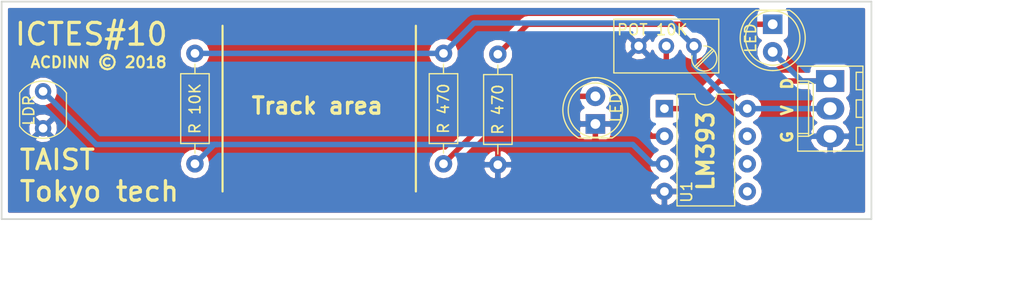
<source format=kicad_pcb>
(kicad_pcb (version 4) (host pcbnew 4.0.7)

  (general
    (links 15)
    (no_connects 0)
    (area 93.815 115.794999 191.83 141.890001)
    (thickness 1.2)
    (drawings 15)
    (tracks 31)
    (zones 0)
    (modules 9)
    (nets 9)
  )

  (page A4)
  (layers
    (0 F.Cu signal)
    (31 B.Cu signal)
    (32 B.Adhes user)
    (33 F.Adhes user)
    (34 B.Paste user)
    (35 F.Paste user)
    (36 B.SilkS user)
    (37 F.SilkS user)
    (38 B.Mask user)
    (39 F.Mask user)
    (40 Dwgs.User user)
    (41 Cmts.User user)
    (42 Eco1.User user)
    (43 Eco2.User user)
    (44 Edge.Cuts user)
    (45 Margin user)
    (46 B.CrtYd user)
    (47 F.CrtYd user)
    (48 B.Fab user)
    (49 F.Fab user)
  )

  (setup
    (last_trace_width 0.5)
    (trace_clearance 0.2)
    (zone_clearance 0.508)
    (zone_45_only no)
    (trace_min 0.2)
    (segment_width 0.2)
    (edge_width 0.15)
    (via_size 0.6)
    (via_drill 0.4)
    (via_min_size 0.4)
    (via_min_drill 0.3)
    (uvia_size 0.3)
    (uvia_drill 0.1)
    (uvias_allowed no)
    (uvia_min_size 0.2)
    (uvia_min_drill 0.1)
    (pcb_text_width 0.3)
    (pcb_text_size 1.5 1.5)
    (mod_edge_width 0.15)
    (mod_text_size 1 1)
    (mod_text_width 0.15)
    (pad_size 1.524 1.524)
    (pad_drill 0.762)
    (pad_to_mask_clearance 0.2)
    (aux_axis_origin 0 0)
    (grid_origin 93.9 135.97)
    (visible_elements 7FFFFFFF)
    (pcbplotparams
      (layerselection 0x010e0_80000001)
      (usegerberextensions false)
      (excludeedgelayer true)
      (linewidth 0.100000)
      (plotframeref false)
      (viasonmask false)
      (mode 1)
      (useauxorigin false)
      (hpglpennumber 1)
      (hpglpenspeed 20)
      (hpglpendiameter 15)
      (hpglpenoverlay 2)
      (psnegative false)
      (psa4output false)
      (plotreference true)
      (plotvalue true)
      (plotinvisibletext false)
      (padsonsilk false)
      (subtractmaskfromsilk false)
      (outputformat 1)
      (mirror false)
      (drillshape 0)
      (scaleselection 1)
      (outputdirectory export/))
  )

  (net 0 "")
  (net 1 /GND)
  (net 2 "Net-(D1-Pad2)")
  (net 3 /Data)
  (net 4 /Vcc)
  (net 5 "Net-(R2-Pad2)")
  (net 6 "Net-(RV1-Pad2)")
  (net 7 "Net-(R3-Pad2)")
  (net 8 "Net-(D2-Pad1)")

  (net_class Default "This is the default net class."
    (clearance 0.2)
    (trace_width 0.5)
    (via_dia 0.6)
    (via_drill 0.4)
    (uvia_dia 0.3)
    (uvia_drill 0.1)
    (add_net /Data)
    (add_net /GND)
    (add_net /Vcc)
    (add_net "Net-(D1-Pad2)")
    (add_net "Net-(D2-Pad1)")
    (add_net "Net-(R2-Pad2)")
    (add_net "Net-(R3-Pad2)")
    (add_net "Net-(RV1-Pad2)")
  )

  (module Potentiometers:Potentiometer_Trimmer_Bourns_3296W (layer F.Cu) (tedit 5ABB6901) (tstamp 5ABB1FE2)
    (at 157.654 119.968)
    (descr "Spindle Trimmer Potentiometer, Bourns 3296W, https://www.bourns.com/pdfs/3296.pdf")
    (tags "Spindle Trimmer Potentiometer   Bourns 3296W")
    (path /5ABB1C41)
    (fp_text reference "POT 10K" (at -3.83 -1.49) (layer F.SilkS)
      (effects (font (size 1 1) (thickness 0.15)))
    )
    (fp_text value POT (at -8.89 0 90) (layer F.Fab)
      (effects (font (size 1 1) (thickness 0.15)))
    )
    (fp_arc (start 0.955 1.15) (end 0.955 2.305) (angle -182) (layer F.SilkS) (width 0.12))
    (fp_arc (start 0.955 1.15) (end -0.174 0.91) (angle -103) (layer F.SilkS) (width 0.12))
    (fp_circle (center 0.955 1.15) (end 2.05 1.15) (layer F.Fab) (width 0.1))
    (fp_line (start -7.305 -2.41) (end -7.305 2.42) (layer F.Fab) (width 0.1))
    (fp_line (start -7.305 2.42) (end 2.225 2.42) (layer F.Fab) (width 0.1))
    (fp_line (start 2.225 2.42) (end 2.225 -2.41) (layer F.Fab) (width 0.1))
    (fp_line (start 2.225 -2.41) (end -7.305 -2.41) (layer F.Fab) (width 0.1))
    (fp_line (start 1.786 0.454) (end 0.259 1.981) (layer F.Fab) (width 0.1))
    (fp_line (start 1.652 0.32) (end 0.125 1.847) (layer F.Fab) (width 0.1))
    (fp_line (start -7.365 -2.47) (end 2.285 -2.47) (layer F.SilkS) (width 0.12))
    (fp_line (start -7.365 2.481) (end 2.285 2.481) (layer F.SilkS) (width 0.12))
    (fp_line (start -7.365 -2.47) (end -7.365 2.481) (layer F.SilkS) (width 0.12))
    (fp_line (start 2.285 -2.47) (end 2.285 2.481) (layer F.SilkS) (width 0.12))
    (fp_line (start 1.831 0.416) (end 0.22 2.026) (layer F.SilkS) (width 0.12))
    (fp_line (start 1.691 0.275) (end 0.079 1.885) (layer F.SilkS) (width 0.12))
    (fp_line (start -7.6 -2.7) (end -7.6 2.7) (layer F.CrtYd) (width 0.05))
    (fp_line (start -7.6 2.7) (end 2.5 2.7) (layer F.CrtYd) (width 0.05))
    (fp_line (start 2.5 2.7) (end 2.5 -2.7) (layer F.CrtYd) (width 0.05))
    (fp_line (start 2.5 -2.7) (end -7.6 -2.7) (layer F.CrtYd) (width 0.05))
    (pad 1 thru_hole circle (at 0 0) (size 1.44 1.44) (drill 0.8) (layers *.Cu *.Mask)
      (net 4 /Vcc))
    (pad 2 thru_hole circle (at -2.54 0) (size 1.44 1.44) (drill 0.8) (layers *.Cu *.Mask)
      (net 6 "Net-(RV1-Pad2)"))
    (pad 3 thru_hole circle (at -5.08 0) (size 1.44 1.44) (drill 0.8) (layers *.Cu *.Mask)
      (net 1 /GND))
    (model Potentiometers.3dshapes/Potentiometer_Trimmer_Bourns_3296W.wrl
      (at (xyz 0 0 0))
      (scale (xyz 1 1 1))
      (rotate (xyz 0 0 -90))
    )
  )

  (module Housings_DIP:DIP-8_W7.62mm (layer F.Cu) (tedit 59C78D6B) (tstamp 5ABB1FEE)
    (at 154.94 125.73)
    (descr "8-lead though-hole mounted DIP package, row spacing 7.62 mm (300 mils)")
    (tags "THT DIP DIL PDIP 2.54mm 7.62mm 300mil")
    (path /5ABB1783)
    (fp_text reference U1 (at 2.04 7.66 90) (layer F.SilkS)
      (effects (font (size 1 1) (thickness 0.15)))
    )
    (fp_text value LM393 (at 3.81 9.95) (layer F.Fab)
      (effects (font (size 1 1) (thickness 0.15)))
    )
    (fp_arc (start 3.81 -1.33) (end 2.81 -1.33) (angle -180) (layer F.SilkS) (width 0.12))
    (fp_line (start 1.635 -1.27) (end 6.985 -1.27) (layer F.Fab) (width 0.1))
    (fp_line (start 6.985 -1.27) (end 6.985 8.89) (layer F.Fab) (width 0.1))
    (fp_line (start 6.985 8.89) (end 0.635 8.89) (layer F.Fab) (width 0.1))
    (fp_line (start 0.635 8.89) (end 0.635 -0.27) (layer F.Fab) (width 0.1))
    (fp_line (start 0.635 -0.27) (end 1.635 -1.27) (layer F.Fab) (width 0.1))
    (fp_line (start 2.81 -1.33) (end 1.16 -1.33) (layer F.SilkS) (width 0.12))
    (fp_line (start 1.16 -1.33) (end 1.16 8.95) (layer F.SilkS) (width 0.12))
    (fp_line (start 1.16 8.95) (end 6.46 8.95) (layer F.SilkS) (width 0.12))
    (fp_line (start 6.46 8.95) (end 6.46 -1.33) (layer F.SilkS) (width 0.12))
    (fp_line (start 6.46 -1.33) (end 4.81 -1.33) (layer F.SilkS) (width 0.12))
    (fp_line (start -1.1 -1.55) (end -1.1 9.15) (layer F.CrtYd) (width 0.05))
    (fp_line (start -1.1 9.15) (end 8.7 9.15) (layer F.CrtYd) (width 0.05))
    (fp_line (start 8.7 9.15) (end 8.7 -1.55) (layer F.CrtYd) (width 0.05))
    (fp_line (start 8.7 -1.55) (end -1.1 -1.55) (layer F.CrtYd) (width 0.05))
    (fp_text user %R (at 3.81 3.81) (layer F.Fab)
      (effects (font (size 1 1) (thickness 0.15)))
    )
    (pad 1 thru_hole rect (at 0 0) (size 1.6 1.6) (drill 0.8) (layers *.Cu *.Mask)
      (net 3 /Data))
    (pad 5 thru_hole oval (at 7.62 7.62) (size 1.6 1.6) (drill 0.8) (layers *.Cu *.Mask))
    (pad 2 thru_hole oval (at 0 2.54) (size 1.6 1.6) (drill 0.8) (layers *.Cu *.Mask)
      (net 6 "Net-(RV1-Pad2)"))
    (pad 6 thru_hole oval (at 7.62 5.08) (size 1.6 1.6) (drill 0.8) (layers *.Cu *.Mask))
    (pad 3 thru_hole oval (at 0 5.08) (size 1.6 1.6) (drill 0.8) (layers *.Cu *.Mask)
      (net 7 "Net-(R3-Pad2)"))
    (pad 7 thru_hole oval (at 7.62 2.54) (size 1.6 1.6) (drill 0.8) (layers *.Cu *.Mask))
    (pad 4 thru_hole oval (at 0 7.62) (size 1.6 1.6) (drill 0.8) (layers *.Cu *.Mask)
      (net 1 /GND))
    (pad 8 thru_hole oval (at 7.62 0) (size 1.6 1.6) (drill 0.8) (layers *.Cu *.Mask)
      (net 4 /Vcc))
    (model ${KISYS3DMOD}/Housings_DIP.3dshapes/DIP-8_W7.62mm.wrl
      (at (xyz 0 0 0))
      (scale (xyz 1 1 1))
      (rotate (xyz 0 0 0))
    )
  )

  (module LEDs:LED_D5.0mm (layer F.Cu) (tedit 5ABB6968) (tstamp 5ABB1FA9)
    (at 148.59 127.14 90)
    (descr "LED, diameter 5.0mm, 2 pins, http://cdn-reichelt.de/documents/datenblatt/A500/LL-504BC2E-009.pdf")
    (tags "LED diameter 5.0mm 2 pins")
    (path /5ABB1A2C)
    (fp_text reference LED (at 1.5 1.89 270) (layer F.SilkS)
      (effects (font (size 1 1) (thickness 0.15)))
    )
    (fp_text value LED (at 1.27 3.96 90) (layer F.Fab)
      (effects (font (size 1 1) (thickness 0.15)))
    )
    (fp_arc (start 1.27 0) (end -1.23 -1.469694) (angle 299.1) (layer F.Fab) (width 0.1))
    (fp_arc (start 1.27 0) (end -1.29 -1.54483) (angle 148.9) (layer F.SilkS) (width 0.12))
    (fp_arc (start 1.27 0) (end -1.29 1.54483) (angle -148.9) (layer F.SilkS) (width 0.12))
    (fp_circle (center 1.27 0) (end 3.77 0) (layer F.Fab) (width 0.1))
    (fp_circle (center 1.27 0) (end 3.77 0) (layer F.SilkS) (width 0.12))
    (fp_line (start -1.23 -1.469694) (end -1.23 1.469694) (layer F.Fab) (width 0.1))
    (fp_line (start -1.29 -1.545) (end -1.29 1.545) (layer F.SilkS) (width 0.12))
    (fp_line (start -1.95 -3.25) (end -1.95 3.25) (layer F.CrtYd) (width 0.05))
    (fp_line (start -1.95 3.25) (end 4.5 3.25) (layer F.CrtYd) (width 0.05))
    (fp_line (start 4.5 3.25) (end 4.5 -3.25) (layer F.CrtYd) (width 0.05))
    (fp_line (start 4.5 -3.25) (end -1.95 -3.25) (layer F.CrtYd) (width 0.05))
    (fp_text user %R (at 1.25 0 90) (layer F.Fab)
      (effects (font (size 0.8 0.8) (thickness 0.2)))
    )
    (pad 1 thru_hole rect (at 0 0 90) (size 1.8 1.8) (drill 0.9) (layers *.Cu *.Mask)
      (net 1 /GND))
    (pad 2 thru_hole circle (at 2.54 0 90) (size 1.8 1.8) (drill 0.9) (layers *.Cu *.Mask)
      (net 2 "Net-(D1-Pad2)"))
    (model ${KISYS3DMOD}/LEDs.3dshapes/LED_D5.0mm.wrl
      (at (xyz 0 0 0))
      (scale (xyz 0.393701 0.393701 0.393701))
      (rotate (xyz 0 0 0))
    )
  )

  (module Resistors_THT:R_Axial_DIN0207_L6.3mm_D2.5mm_P10.16mm_Horizontal (layer F.Cu) (tedit 5ABB6893) (tstamp 5ABB1FB6)
    (at 134.62 120.65 270)
    (descr "Resistor, Axial_DIN0207 series, Axial, Horizontal, pin pitch=10.16mm, 0.25W = 1/4W, length*diameter=6.3*2.5mm^2, http://cdn-reichelt.de/documents/datenblatt/B400/1_4W%23YAG.pdf")
    (tags "Resistor Axial_DIN0207 series Axial Horizontal pin pitch 10.16mm 0.25W = 1/4W length 6.3mm diameter 2.5mm")
    (path /5ABB1834)
    (fp_text reference "R 470" (at 5.08 0 270) (layer F.SilkS)
      (effects (font (size 1 1) (thickness 0.15)))
    )
    (fp_text value R (at 5.08 2.31 270) (layer F.Fab)
      (effects (font (size 1 1) (thickness 0.15)))
    )
    (fp_line (start 1.93 -1.25) (end 1.93 1.25) (layer F.Fab) (width 0.1))
    (fp_line (start 1.93 1.25) (end 8.23 1.25) (layer F.Fab) (width 0.1))
    (fp_line (start 8.23 1.25) (end 8.23 -1.25) (layer F.Fab) (width 0.1))
    (fp_line (start 8.23 -1.25) (end 1.93 -1.25) (layer F.Fab) (width 0.1))
    (fp_line (start 0 0) (end 1.93 0) (layer F.Fab) (width 0.1))
    (fp_line (start 10.16 0) (end 8.23 0) (layer F.Fab) (width 0.1))
    (fp_line (start 1.87 -1.31) (end 1.87 1.31) (layer F.SilkS) (width 0.12))
    (fp_line (start 1.87 1.31) (end 8.29 1.31) (layer F.SilkS) (width 0.12))
    (fp_line (start 8.29 1.31) (end 8.29 -1.31) (layer F.SilkS) (width 0.12))
    (fp_line (start 8.29 -1.31) (end 1.87 -1.31) (layer F.SilkS) (width 0.12))
    (fp_line (start 0.98 0) (end 1.87 0) (layer F.SilkS) (width 0.12))
    (fp_line (start 9.18 0) (end 8.29 0) (layer F.SilkS) (width 0.12))
    (fp_line (start -1.05 -1.6) (end -1.05 1.6) (layer F.CrtYd) (width 0.05))
    (fp_line (start -1.05 1.6) (end 11.25 1.6) (layer F.CrtYd) (width 0.05))
    (fp_line (start 11.25 1.6) (end 11.25 -1.6) (layer F.CrtYd) (width 0.05))
    (fp_line (start 11.25 -1.6) (end -1.05 -1.6) (layer F.CrtYd) (width 0.05))
    (pad 1 thru_hole circle (at 0 0 270) (size 1.6 1.6) (drill 0.8) (layers *.Cu *.Mask)
      (net 4 /Vcc))
    (pad 2 thru_hole oval (at 10.16 0 270) (size 1.6 1.6) (drill 0.8) (layers *.Cu *.Mask)
      (net 2 "Net-(D1-Pad2)"))
    (model ${KISYS3DMOD}/Resistors_THT.3dshapes/R_Axial_DIN0207_L6.3mm_D2.5mm_P10.16mm_Horizontal.wrl
      (at (xyz 0 0 0))
      (scale (xyz 0.393701 0.393701 0.393701))
      (rotate (xyz 0 0 0))
    )
  )

  (module Resistors_THT:R_Axial_DIN0207_L6.3mm_D2.5mm_P10.16mm_Horizontal (layer F.Cu) (tedit 5ABB6884) (tstamp 5ABB1FBC)
    (at 111.76 120.65 270)
    (descr "Resistor, Axial_DIN0207 series, Axial, Horizontal, pin pitch=10.16mm, 0.25W = 1/4W, length*diameter=6.3*2.5mm^2, http://cdn-reichelt.de/documents/datenblatt/B400/1_4W%23YAG.pdf")
    (tags "Resistor Axial_DIN0207 series Axial Horizontal pin pitch 10.16mm 0.25W = 1/4W length 6.3mm diameter 2.5mm")
    (path /5ABB1871)
    (fp_text reference "R 10K" (at 5.08 0 270) (layer F.SilkS)
      (effects (font (size 1 1) (thickness 0.15)))
    )
    (fp_text value R (at 5.08 2.31 270) (layer F.Fab)
      (effects (font (size 1 1) (thickness 0.15)))
    )
    (fp_line (start 1.93 -1.25) (end 1.93 1.25) (layer F.Fab) (width 0.1))
    (fp_line (start 1.93 1.25) (end 8.23 1.25) (layer F.Fab) (width 0.1))
    (fp_line (start 8.23 1.25) (end 8.23 -1.25) (layer F.Fab) (width 0.1))
    (fp_line (start 8.23 -1.25) (end 1.93 -1.25) (layer F.Fab) (width 0.1))
    (fp_line (start 0 0) (end 1.93 0) (layer F.Fab) (width 0.1))
    (fp_line (start 10.16 0) (end 8.23 0) (layer F.Fab) (width 0.1))
    (fp_line (start 1.87 -1.31) (end 1.87 1.31) (layer F.SilkS) (width 0.12))
    (fp_line (start 1.87 1.31) (end 8.29 1.31) (layer F.SilkS) (width 0.12))
    (fp_line (start 8.29 1.31) (end 8.29 -1.31) (layer F.SilkS) (width 0.12))
    (fp_line (start 8.29 -1.31) (end 1.87 -1.31) (layer F.SilkS) (width 0.12))
    (fp_line (start 0.98 0) (end 1.87 0) (layer F.SilkS) (width 0.12))
    (fp_line (start 9.18 0) (end 8.29 0) (layer F.SilkS) (width 0.12))
    (fp_line (start -1.05 -1.6) (end -1.05 1.6) (layer F.CrtYd) (width 0.05))
    (fp_line (start -1.05 1.6) (end 11.25 1.6) (layer F.CrtYd) (width 0.05))
    (fp_line (start 11.25 1.6) (end 11.25 -1.6) (layer F.CrtYd) (width 0.05))
    (fp_line (start 11.25 -1.6) (end -1.05 -1.6) (layer F.CrtYd) (width 0.05))
    (pad 1 thru_hole circle (at 0 0 270) (size 1.6 1.6) (drill 0.8) (layers *.Cu *.Mask)
      (net 4 /Vcc))
    (pad 2 thru_hole oval (at 10.16 0 270) (size 1.6 1.6) (drill 0.8) (layers *.Cu *.Mask)
      (net 5 "Net-(R2-Pad2)"))
    (model ${KISYS3DMOD}/Resistors_THT.3dshapes/R_Axial_DIN0207_L6.3mm_D2.5mm_P10.16mm_Horizontal.wrl
      (at (xyz 0 0 0))
      (scale (xyz 0.393701 0.393701 0.393701))
      (rotate (xyz 0 0 0))
    )
  )

  (module Opto-Devices:Resistor_LDR_5.1x4.3_RM3.4 (layer F.Cu) (tedit 5ABB6935) (tstamp 5ABB1FDB)
    (at 97.79 124.14 270)
    (descr "Resistor, LDR 5.1x3.4mm")
    (tags "Resistor LDR5.1x3.4mm")
    (path /5ABB1BCF)
    (fp_text reference LDR (at 1.75 1.31 450) (layer F.SilkS)
      (effects (font (size 1 1) (thickness 0.15)))
    )
    (fp_text value LDR07 (at 1.5 3 270) (layer F.Fab)
      (effects (font (size 1 1) (thickness 0.15)))
    )
    (fp_line (start 0.15 2.15) (end 3.2 2.15) (layer F.SilkS) (width 0.12))
    (fp_line (start 0.15 -2.15) (end 3.2 -2.15) (layer F.SilkS) (width 0.12))
    (fp_line (start 1 0) (end 2.3 0) (layer F.Fab) (width 0.1))
    (fp_line (start 2.3 0) (end 2.3 -0.6) (layer F.Fab) (width 0.1))
    (fp_line (start 2.3 -0.6) (end 0.8 -0.6) (layer F.Fab) (width 0.1))
    (fp_line (start 2.6 0.6) (end 1 0.6) (layer F.Fab) (width 0.1))
    (fp_line (start 0.8 -1.8) (end 2.6 -1.8) (layer F.Fab) (width 0.1))
    (fp_line (start 2.6 -1.8) (end 2.6 -1.2) (layer F.Fab) (width 0.1))
    (fp_line (start 2.6 -1.2) (end 0.8 -1.2) (layer F.Fab) (width 0.1))
    (fp_line (start 0.8 -1.2) (end 0.8 -0.6) (layer F.Fab) (width 0.1))
    (fp_line (start 1 0) (end 1 0.6) (layer F.Fab) (width 0.1))
    (fp_line (start 2.6 0.6) (end 2.6 1.2) (layer F.Fab) (width 0.1))
    (fp_line (start 2.6 1.2) (end 0.8 1.2) (layer F.Fab) (width 0.1))
    (fp_line (start 0.8 1.2) (end 0.8 1.8) (layer F.Fab) (width 0.1))
    (fp_line (start 0.8 1.8) (end 2.6 1.8) (layer F.Fab) (width 0.1))
    (fp_line (start 3.2 2.1) (end 0.2 2.1) (layer F.Fab) (width 0.1))
    (fp_line (start 0.2 -2.1) (end 3.2 -2.1) (layer F.Fab) (width 0.1))
    (fp_line (start -1.13 -2.35) (end 4.53 -2.35) (layer F.CrtYd) (width 0.05))
    (fp_line (start -1.13 -2.35) (end -1.13 2.35) (layer F.CrtYd) (width 0.05))
    (fp_line (start 4.53 2.35) (end 4.53 -2.35) (layer F.CrtYd) (width 0.05))
    (fp_line (start 4.53 2.35) (end -1.13 2.35) (layer F.CrtYd) (width 0.05))
    (fp_arc (start 1.7 0) (end 0.15 2.15) (angle 109) (layer F.SilkS) (width 0.12))
    (fp_arc (start 1.7 0) (end 3.2 -2.15) (angle 109) (layer F.SilkS) (width 0.12))
    (fp_arc (start 1.7 0) (end 3.2 -2.1) (angle 109) (layer F.Fab) (width 0.1))
    (fp_arc (start 1.7 0) (end 0.2 2.1) (angle 109) (layer F.Fab) (width 0.1))
    (pad 1 thru_hole circle (at 0 0 270) (size 1.5 1.5) (drill 0.8) (layers *.Cu *.Mask)
      (net 5 "Net-(R2-Pad2)"))
    (pad 2 thru_hole circle (at 3.4 0 270) (size 1.5 1.5) (drill 0.8) (layers *.Cu *.Mask)
      (net 1 /GND))
  )

  (module Connectors_Molex:Molex_KK-6410-03_03x2.54mm_Straight (layer F.Cu) (tedit 5ABB719A) (tstamp 5ABB1FB0)
    (at 170.18 123.19 270)
    (descr "Connector Headers with Friction Lock, 22-27-2031, http://www.molex.com/pdm_docs/sd/022272021_sd.pdf")
    (tags "connector molex kk_6410 22-27-2031")
    (path /5ABB17FD)
    (fp_text reference "G  V  D" (at 2.7 3.95 270) (layer F.SilkS)
      (effects (font (size 1 1) (thickness 0.25)))
    )
    (fp_text value Conn_01x03 (at 2.54 4.5 270) (layer F.Fab)
      (effects (font (size 1 1) (thickness 0.15)))
    )
    (fp_line (start -1.47 -3.12) (end -1.47 3.08) (layer F.Fab) (width 0.12))
    (fp_line (start -1.47 3.08) (end 6.55 3.08) (layer F.Fab) (width 0.12))
    (fp_line (start 6.55 3.08) (end 6.55 -3.12) (layer F.Fab) (width 0.12))
    (fp_line (start 6.55 -3.12) (end -1.47 -3.12) (layer F.Fab) (width 0.12))
    (fp_line (start -1.37 -3.02) (end -1.37 2.98) (layer F.SilkS) (width 0.12))
    (fp_line (start -1.37 2.98) (end 6.45 2.98) (layer F.SilkS) (width 0.12))
    (fp_line (start 6.45 2.98) (end 6.45 -3.02) (layer F.SilkS) (width 0.12))
    (fp_line (start 6.45 -3.02) (end -1.37 -3.02) (layer F.SilkS) (width 0.12))
    (fp_line (start 0 2.98) (end 0 1.98) (layer F.SilkS) (width 0.12))
    (fp_line (start 0 1.98) (end 5.08 1.98) (layer F.SilkS) (width 0.12))
    (fp_line (start 5.08 1.98) (end 5.08 2.98) (layer F.SilkS) (width 0.12))
    (fp_line (start 0 1.98) (end 0.25 1.55) (layer F.SilkS) (width 0.12))
    (fp_line (start 0.25 1.55) (end 4.83 1.55) (layer F.SilkS) (width 0.12))
    (fp_line (start 4.83 1.55) (end 5.08 1.98) (layer F.SilkS) (width 0.12))
    (fp_line (start 0.25 2.98) (end 0.25 1.98) (layer F.SilkS) (width 0.12))
    (fp_line (start 4.83 2.98) (end 4.83 1.98) (layer F.SilkS) (width 0.12))
    (fp_line (start -0.8 -3.02) (end -0.8 -2.4) (layer F.SilkS) (width 0.12))
    (fp_line (start -0.8 -2.4) (end 0.8 -2.4) (layer F.SilkS) (width 0.12))
    (fp_line (start 0.8 -2.4) (end 0.8 -3.02) (layer F.SilkS) (width 0.12))
    (fp_line (start 1.74 -3.02) (end 1.74 -2.4) (layer F.SilkS) (width 0.12))
    (fp_line (start 1.74 -2.4) (end 3.34 -2.4) (layer F.SilkS) (width 0.12))
    (fp_line (start 3.34 -2.4) (end 3.34 -3.02) (layer F.SilkS) (width 0.12))
    (fp_line (start 4.28 -3.02) (end 4.28 -2.4) (layer F.SilkS) (width 0.12))
    (fp_line (start 4.28 -2.4) (end 5.88 -2.4) (layer F.SilkS) (width 0.12))
    (fp_line (start 5.88 -2.4) (end 5.88 -3.02) (layer F.SilkS) (width 0.12))
    (fp_line (start -1.9 3.5) (end -1.9 -3.55) (layer F.CrtYd) (width 0.05))
    (fp_line (start -1.9 -3.55) (end 7 -3.55) (layer F.CrtYd) (width 0.05))
    (fp_line (start 7 -3.55) (end 7 3.5) (layer F.CrtYd) (width 0.05))
    (fp_line (start 7 3.5) (end -1.9 3.5) (layer F.CrtYd) (width 0.05))
    (fp_text user %R (at 2.54 0 270) (layer F.Fab)
      (effects (font (size 1 1) (thickness 0.15)))
    )
    (pad 1 thru_hole rect (at 0 0 270) (size 2 2.6) (drill 1.2) (layers *.Cu *.Mask)
      (net 3 /Data))
    (pad 2 thru_hole oval (at 2.54 0 270) (size 2 2.6) (drill 1.2) (layers *.Cu *.Mask)
      (net 4 /Vcc))
    (pad 3 thru_hole oval (at 5.08 0 270) (size 2 2.6) (drill 1.2) (layers *.Cu *.Mask)
      (net 1 /GND))
    (model ${KISYS3DMOD}/Connectors_Molex.3dshapes/Molex_KK-6410-03_03x2.54mm_Straight.wrl
      (at (xyz 0 0 0))
      (scale (xyz 1 1 1))
      (rotate (xyz 0 0 0))
    )
  )

  (module LEDs:LED_D5.0mm (layer F.Cu) (tedit 5ABB8D43) (tstamp 5ABB911D)
    (at 164.9 117.97 270)
    (descr "LED, diameter 5.0mm, 2 pins, http://cdn-reichelt.de/documents/datenblatt/A500/LL-504BC2E-009.pdf")
    (tags "LED diameter 5.0mm 2 pins")
    (path /5ABB8160)
    (fp_text reference LED (at 1.27 2.032 270) (layer F.SilkS)
      (effects (font (size 1 1) (thickness 0.15)))
    )
    (fp_text value LED (at 1.27 3.96 270) (layer F.Fab)
      (effects (font (size 1 1) (thickness 0.15)))
    )
    (fp_arc (start 1.27 0) (end -1.23 -1.469694) (angle 299.1) (layer F.Fab) (width 0.1))
    (fp_arc (start 1.27 0) (end -1.29 -1.54483) (angle 148.9) (layer F.SilkS) (width 0.12))
    (fp_arc (start 1.27 0) (end -1.29 1.54483) (angle -148.9) (layer F.SilkS) (width 0.12))
    (fp_circle (center 1.27 0) (end 3.77 0) (layer F.Fab) (width 0.1))
    (fp_circle (center 1.27 0) (end 3.77 0) (layer F.SilkS) (width 0.12))
    (fp_line (start -1.23 -1.469694) (end -1.23 1.469694) (layer F.Fab) (width 0.1))
    (fp_line (start -1.29 -1.545) (end -1.29 1.545) (layer F.SilkS) (width 0.12))
    (fp_line (start -1.95 -3.25) (end -1.95 3.25) (layer F.CrtYd) (width 0.05))
    (fp_line (start -1.95 3.25) (end 4.5 3.25) (layer F.CrtYd) (width 0.05))
    (fp_line (start 4.5 3.25) (end 4.5 -3.25) (layer F.CrtYd) (width 0.05))
    (fp_line (start 4.5 -3.25) (end -1.95 -3.25) (layer F.CrtYd) (width 0.05))
    (fp_text user %R (at 1.25 0 270) (layer F.Fab)
      (effects (font (size 0.8 0.8) (thickness 0.2)))
    )
    (pad 1 thru_hole rect (at 0 0 270) (size 1.8 1.8) (drill 0.9) (layers *.Cu *.Mask)
      (net 8 "Net-(D2-Pad1)"))
    (pad 2 thru_hole circle (at 2.54 0 270) (size 1.8 1.8) (drill 0.9) (layers *.Cu *.Mask)
      (net 3 /Data))
    (model ${KISYS3DMOD}/LEDs.3dshapes/LED_D5.0mm.wrl
      (at (xyz 0 0 0))
      (scale (xyz 0.393701 0.393701 0.393701))
      (rotate (xyz 0 0 0))
    )
  )

  (module Resistors_THT:R_Axial_DIN0207_L6.3mm_D2.5mm_P10.16mm_Horizontal (layer F.Cu) (tedit 5ABB8D9A) (tstamp 5ABB9133)
    (at 139.62 120.73 270)
    (descr "Resistor, Axial_DIN0207 series, Axial, Horizontal, pin pitch=10.16mm, 0.25W = 1/4W, length*diameter=6.3*2.5mm^2, http://cdn-reichelt.de/documents/datenblatt/B400/1_4W%23YAG.pdf")
    (tags "Resistor Axial_DIN0207 series Axial Horizontal pin pitch 10.16mm 0.25W = 1/4W length 6.3mm diameter 2.5mm")
    (path /5ABB8159)
    (fp_text reference "R 470" (at 5.08 0 270) (layer F.SilkS)
      (effects (font (size 1 1) (thickness 0.15)))
    )
    (fp_text value R (at 5.08 2.31 270) (layer F.Fab)
      (effects (font (size 1 1) (thickness 0.15)))
    )
    (fp_line (start 1.93 -1.25) (end 1.93 1.25) (layer F.Fab) (width 0.1))
    (fp_line (start 1.93 1.25) (end 8.23 1.25) (layer F.Fab) (width 0.1))
    (fp_line (start 8.23 1.25) (end 8.23 -1.25) (layer F.Fab) (width 0.1))
    (fp_line (start 8.23 -1.25) (end 1.93 -1.25) (layer F.Fab) (width 0.1))
    (fp_line (start 0 0) (end 1.93 0) (layer F.Fab) (width 0.1))
    (fp_line (start 10.16 0) (end 8.23 0) (layer F.Fab) (width 0.1))
    (fp_line (start 1.87 -1.31) (end 1.87 1.31) (layer F.SilkS) (width 0.12))
    (fp_line (start 1.87 1.31) (end 8.29 1.31) (layer F.SilkS) (width 0.12))
    (fp_line (start 8.29 1.31) (end 8.29 -1.31) (layer F.SilkS) (width 0.12))
    (fp_line (start 8.29 -1.31) (end 1.87 -1.31) (layer F.SilkS) (width 0.12))
    (fp_line (start 0.98 0) (end 1.87 0) (layer F.SilkS) (width 0.12))
    (fp_line (start 9.18 0) (end 8.29 0) (layer F.SilkS) (width 0.12))
    (fp_line (start -1.05 -1.6) (end -1.05 1.6) (layer F.CrtYd) (width 0.05))
    (fp_line (start -1.05 1.6) (end 11.25 1.6) (layer F.CrtYd) (width 0.05))
    (fp_line (start 11.25 1.6) (end 11.25 -1.6) (layer F.CrtYd) (width 0.05))
    (fp_line (start 11.25 -1.6) (end -1.05 -1.6) (layer F.CrtYd) (width 0.05))
    (pad 1 thru_hole circle (at 0 0 270) (size 1.6 1.6) (drill 0.8) (layers *.Cu *.Mask)
      (net 8 "Net-(D2-Pad1)"))
    (pad 2 thru_hole oval (at 10.16 0 270) (size 1.6 1.6) (drill 0.8) (layers *.Cu *.Mask)
      (net 1 /GND))
    (model ${KISYS3DMOD}/Resistors_THT.3dshapes/R_Axial_DIN0207_L6.3mm_D2.5mm_P10.16mm_Horizontal.wrl
      (at (xyz 0 0 0))
      (scale (xyz 0.393701 0.393701 0.393701))
      (rotate (xyz 0 0 0))
    )
  )

  (gr_text "ACDINN © 2018" (at 102.9 121.47) (layer F.SilkS)
    (effects (font (size 1 1) (thickness 0.2)))
  )
  (gr_text "TAIST\nTokyo tech" (at 95.48 131.89) (layer F.SilkS)
    (effects (font (size 1.8 1.8) (thickness 0.3)) (justify left))
  )
  (gr_text LM393 (at 158.73 129.64 90) (layer F.SilkS)
    (effects (font (size 1.5 1.5) (thickness 0.3)))
  )
  (dimension 20 (width 0.3) (layer Dwgs.User)
    (gr_text "20.000 mm" (at 185.33 125.89 90) (layer Dwgs.User)
      (effects (font (size 1.5 1.5) (thickness 0.3)))
    )
    (feature1 (pts (xy 179.98 115.89) (xy 186.68 115.89)))
    (feature2 (pts (xy 179.98 135.89) (xy 186.68 135.89)))
    (crossbar (pts (xy 183.98 135.89) (xy 183.98 115.89)))
    (arrow1a (pts (xy 183.98 115.89) (xy 184.566421 117.016504)))
    (arrow1b (pts (xy 183.98 115.89) (xy 183.393579 117.016504)))
    (arrow2a (pts (xy 183.98 135.89) (xy 184.566421 134.763496)))
    (arrow2b (pts (xy 183.98 135.89) (xy 183.393579 134.763496)))
  )
  (dimension 80 (width 0.3) (layer Dwgs.User)
    (gr_text "80.000 mm" (at 133.98 140.54) (layer Dwgs.User)
      (effects (font (size 1.5 1.5) (thickness 0.3)))
    )
    (feature1 (pts (xy 173.98 139.89) (xy 173.98 139.19)))
    (feature2 (pts (xy 93.98 139.89) (xy 93.98 139.19)))
    (crossbar (pts (xy 93.98 141.89) (xy 173.98 141.89)))
    (arrow1a (pts (xy 173.98 141.89) (xy 172.853496 142.476421)))
    (arrow1b (pts (xy 173.98 141.89) (xy 172.853496 141.303579)))
    (arrow2a (pts (xy 93.98 141.89) (xy 95.106504 142.476421)))
    (arrow2b (pts (xy 93.98 141.89) (xy 95.106504 141.303579)))
  )
  (gr_text ICTES#10 (at 102.23 118.89) (layer F.SilkS)
    (effects (font (size 2 2) (thickness 0.3)))
  )
  (gr_text "Track area" (at 123.01 125.47) (layer F.SilkS)
    (effects (font (size 1.5 1.5) (thickness 0.3)))
  )
  (gr_line (start 132.08 118.11) (end 132.08 133.35) (layer F.SilkS) (width 0.2))
  (gr_line (start 114.3 118.11) (end 114.3 133.35) (layer F.SilkS) (width 0.2))
  (gr_line (start 114.3 118.11) (end 132.08 118.11) (angle 90) (layer Dwgs.User) (width 0.2) (tstamp 5ABB553F))
  (gr_line (start 114.3 133.35) (end 132.08 133.35) (angle 90) (layer Dwgs.User) (width 0.2))
  (gr_line (start 93.98 115.89) (end 93.98 135.89) (angle 90) (layer Edge.Cuts) (width 0.15))
  (gr_line (start 173.98 115.89) (end 93.98 115.89) (angle 90) (layer Edge.Cuts) (width 0.15))
  (gr_line (start 173.98 135.89) (end 173.98 115.89) (angle 90) (layer Edge.Cuts) (width 0.15))
  (gr_line (start 93.98 135.89) (end 173.98 135.89) (angle 90) (layer Edge.Cuts) (width 0.15))

  (segment (start 148.59 124.6) (end 140.83 124.6) (width 0.5) (layer F.Cu) (net 2) (status 10))
  (segment (start 140.83 124.6) (end 134.62 130.81) (width 0.5) (layer F.Cu) (net 2) (status 20))
  (segment (start 170.18 123.19) (end 167.58 123.19) (width 0.5) (layer B.Cu) (net 3))
  (segment (start 167.58 123.19) (end 164.9 120.51) (width 0.5) (layer B.Cu) (net 3))
  (segment (start 157.48 125.73) (end 154.94 125.73) (width 0.5) (layer F.Cu) (net 3) (status 20))
  (segment (start 160.02 123.19) (end 157.48 125.73) (width 0.5) (layer F.Cu) (net 3))
  (segment (start 170.18 123.19) (end 160.02 123.19) (width 0.5) (layer F.Cu) (net 3) (status 10))
  (segment (start 161.638 125.73) (end 157.654 121.746) (width 0.5) (layer B.Cu) (net 4))
  (segment (start 157.654 121.746) (end 157.654 119.968) (width 0.5) (layer B.Cu) (net 4))
  (segment (start 162.56 125.73) (end 161.638 125.73) (width 0.5) (layer B.Cu) (net 4))
  (segment (start 137.414 117.856) (end 155.542 117.856) (width 0.5) (layer B.Cu) (net 4))
  (segment (start 155.542 117.856) (end 157.654 119.968) (width 0.5) (layer B.Cu) (net 4))
  (segment (start 137.414 117.856) (end 134.62 120.65) (width 0.5) (layer B.Cu) (net 4) (status 20))
  (segment (start 111.76 120.65) (end 134.62 120.65) (width 0.5) (layer B.Cu) (net 4) (status 30))
  (segment (start 168.91 125.73) (end 170.18 125.73) (width 0.5) (layer B.Cu) (net 4) (status 30))
  (segment (start 170.18 125.73) (end 162.56 125.73) (width 0.5) (layer B.Cu) (net 4) (status 30))
  (segment (start 152.03063 129.032) (end 113.792 129.032) (width 0.5) (layer B.Cu) (net 5))
  (segment (start 113.792 129.032) (end 102.682 129.032) (width 0.5) (layer B.Cu) (net 5))
  (segment (start 111.76 130.81) (end 113.538 129.032) (width 0.5) (layer B.Cu) (net 5) (status 10))
  (segment (start 113.538 129.032) (end 113.792 129.032) (width 0.5) (layer B.Cu) (net 5))
  (segment (start 102.682 129.032) (end 97.79 124.14) (width 0.5) (layer B.Cu) (net 5) (status 20))
  (segment (start 153.764 128.27) (end 152.574 127.08) (width 0.5) (layer F.Cu) (net 6))
  (segment (start 152.574 127.08) (end 152.574 123.778) (width 0.5) (layer F.Cu) (net 6))
  (segment (start 152.574 123.778) (end 155.114 121.238) (width 0.5) (layer F.Cu) (net 6))
  (segment (start 155.114 121.238) (end 155.114 119.968) (width 0.5) (layer F.Cu) (net 6))
  (segment (start 153.764 128.27) (end 153.59 128.096) (width 0.5) (layer F.Cu) (net 6))
  (segment (start 154.94 128.27) (end 153.764 128.27) (width 0.5) (layer F.Cu) (net 6))
  (segment (start 153.80863 130.81) (end 152.03063 129.032) (width 0.5) (layer B.Cu) (net 7))
  (segment (start 154.94 130.81) (end 153.80863 130.81) (width 0.5) (layer B.Cu) (net 7) (status 10))
  (segment (start 142.38 117.97) (end 164.9 117.97) (width 0.5) (layer F.Cu) (net 8))
  (segment (start 139.62 120.73) (end 142.38 117.97) (width 0.5) (layer F.Cu) (net 8))

  (zone (net 1) (net_name /GND) (layer F.Cu) (tstamp 0) (hatch edge 0.508)
    (connect_pads (clearance 0.508))
    (min_thickness 0.254)
    (fill yes (arc_segments 16) (thermal_gap 0.508) (thermal_bridge_width 0.508))
    (polygon
      (pts
        (xy 93.9 135.97) (xy 93.9 115.97) (xy 173.9 115.97) (xy 173.9 135.97)
      )
    )
    (filled_polygon
      (pts
        (xy 163.548559 116.60591) (xy 163.403569 116.81811) (xy 163.35256 117.07) (xy 163.35256 117.085) (xy 142.38 117.085)
        (xy 142.041325 117.152367) (xy 141.75421 117.34421) (xy 141.754208 117.344213) (xy 139.803261 119.29516) (xy 139.335813 119.294752)
        (xy 138.8082 119.512757) (xy 138.404176 119.916077) (xy 138.18525 120.443309) (xy 138.184752 121.014187) (xy 138.402757 121.5418)
        (xy 138.806077 121.945824) (xy 139.333309 122.16475) (xy 139.904187 122.165248) (xy 140.4318 121.947243) (xy 140.835824 121.543923)
        (xy 141.05475 121.016691) (xy 141.054836 120.917774) (xy 151.803831 120.917774) (xy 151.868131 121.155611) (xy 152.376342 121.335333)
        (xy 152.914644 121.306892) (xy 153.279869 121.155611) (xy 153.344169 120.917774) (xy 152.574 120.147605) (xy 151.803831 120.917774)
        (xy 141.054836 120.917774) (xy 141.05516 120.546419) (xy 141.831237 119.770342) (xy 151.206667 119.770342) (xy 151.235108 120.308644)
        (xy 151.386389 120.673869) (xy 151.624226 120.738169) (xy 152.394395 119.968) (xy 151.624226 119.197831) (xy 151.386389 119.262131)
        (xy 151.206667 119.770342) (xy 141.831237 119.770342) (xy 142.746579 118.855) (xy 151.84796 118.855) (xy 151.803831 119.018226)
        (xy 152.574 119.788395) (xy 153.344169 119.018226) (xy 153.30004 118.855) (xy 154.31101 118.855) (xy 153.965957 119.199452)
        (xy 153.850661 119.477116) (xy 153.761611 119.262131) (xy 153.523774 119.197831) (xy 152.753605 119.968) (xy 153.523774 120.738169)
        (xy 153.761611 120.673869) (xy 153.843669 120.441828) (xy 153.964617 120.734543) (xy 154.165072 120.935348) (xy 151.94821 123.15221)
        (xy 151.756367 123.439325) (xy 151.756367 123.439326) (xy 151.688999 123.778) (xy 151.689 123.778005) (xy 151.689 127.079995)
        (xy 151.688999 127.08) (xy 151.728458 127.278367) (xy 151.756367 127.418675) (xy 151.907064 127.64421) (xy 151.94821 127.70579)
        (xy 152.964208 128.721787) (xy 152.96421 128.72179) (xy 153.138208 128.895787) (xy 153.13821 128.89579) (xy 153.425325 129.087633)
        (xy 153.764 129.155001) (xy 153.764005 129.155) (xy 153.810527 129.155) (xy 153.897189 129.284698) (xy 154.279275 129.54)
        (xy 153.897189 129.795302) (xy 153.58612 130.260849) (xy 153.476887 130.81) (xy 153.58612 131.359151) (xy 153.897189 131.824698)
        (xy 154.301703 132.094986) (xy 154.084866 132.197611) (xy 153.708959 132.612577) (xy 153.548096 133.000961) (xy 153.670085 133.223)
        (xy 154.813 133.223) (xy 154.813 133.203) (xy 155.067 133.203) (xy 155.067 133.223) (xy 156.209915 133.223)
        (xy 156.331904 133.000961) (xy 156.171041 132.612577) (xy 155.795134 132.197611) (xy 155.578297 132.094986) (xy 155.982811 131.824698)
        (xy 156.29388 131.359151) (xy 156.403113 130.81) (xy 156.29388 130.260849) (xy 155.982811 129.795302) (xy 155.600725 129.54)
        (xy 155.982811 129.284698) (xy 156.29388 128.819151) (xy 156.403113 128.27) (xy 156.29388 127.720849) (xy 155.982811 127.255302)
        (xy 155.838535 127.158899) (xy 155.975317 127.133162) (xy 156.191441 126.99409) (xy 156.336431 126.78189) (xy 156.370227 126.615)
        (xy 157.479995 126.615) (xy 157.48 126.615001) (xy 157.762484 126.55881) (xy 157.818675 126.547633) (xy 158.10579 126.35579)
        (xy 158.731579 125.73) (xy 161.096887 125.73) (xy 161.20612 126.279151) (xy 161.517189 126.744698) (xy 161.899275 127)
        (xy 161.517189 127.255302) (xy 161.20612 127.720849) (xy 161.096887 128.27) (xy 161.20612 128.819151) (xy 161.517189 129.284698)
        (xy 161.899275 129.54) (xy 161.517189 129.795302) (xy 161.20612 130.260849) (xy 161.096887 130.81) (xy 161.20612 131.359151)
        (xy 161.517189 131.824698) (xy 161.899275 132.08) (xy 161.517189 132.335302) (xy 161.20612 132.800849) (xy 161.096887 133.35)
        (xy 161.20612 133.899151) (xy 161.517189 134.364698) (xy 161.982736 134.675767) (xy 162.531887 134.785) (xy 162.588113 134.785)
        (xy 163.137264 134.675767) (xy 163.602811 134.364698) (xy 163.91388 133.899151) (xy 164.023113 133.35) (xy 163.91388 132.800849)
        (xy 163.602811 132.335302) (xy 163.220725 132.08) (xy 163.602811 131.824698) (xy 163.91388 131.359151) (xy 164.023113 130.81)
        (xy 163.91388 130.260849) (xy 163.602811 129.795302) (xy 163.220725 129.54) (xy 163.602811 129.284698) (xy 163.91388 128.819151)
        (xy 163.947439 128.650434) (xy 168.289876 128.650434) (xy 168.320856 128.778355) (xy 168.634078 129.336317) (xy 169.13698 129.731942)
        (xy 169.753 129.905) (xy 170.053 129.905) (xy 170.053 128.397) (xy 170.307 128.397) (xy 170.307 129.905)
        (xy 170.607 129.905) (xy 171.22302 129.731942) (xy 171.725922 129.336317) (xy 172.039144 128.778355) (xy 172.070124 128.650434)
        (xy 171.950777 128.397) (xy 170.307 128.397) (xy 170.053 128.397) (xy 168.409223 128.397) (xy 168.289876 128.650434)
        (xy 163.947439 128.650434) (xy 164.023113 128.27) (xy 163.91388 127.720849) (xy 163.602811 127.255302) (xy 163.220725 127)
        (xy 163.602811 126.744698) (xy 163.91388 126.279151) (xy 164.023113 125.73) (xy 163.91388 125.180849) (xy 163.602811 124.715302)
        (xy 163.137264 124.404233) (xy 162.588113 124.295) (xy 162.531887 124.295) (xy 161.982736 124.404233) (xy 161.517189 124.715302)
        (xy 161.20612 125.180849) (xy 161.096887 125.73) (xy 158.731579 125.73) (xy 160.386579 124.075) (xy 168.23256 124.075)
        (xy 168.23256 124.19) (xy 168.276838 124.425317) (xy 168.41591 124.641441) (xy 168.570329 124.746951) (xy 168.331548 125.104313)
        (xy 168.207091 125.73) (xy 168.331548 126.355687) (xy 168.685971 126.88612) (xy 168.876188 127.013219) (xy 168.634078 127.203683)
        (xy 168.320856 127.761645) (xy 168.289876 127.889566) (xy 168.409223 128.143) (xy 170.053 128.143) (xy 170.053 128.123)
        (xy 170.307 128.123) (xy 170.307 128.143) (xy 171.950777 128.143) (xy 172.070124 127.889566) (xy 172.039144 127.761645)
        (xy 171.725922 127.203683) (xy 171.483812 127.013219) (xy 171.674029 126.88612) (xy 172.028452 126.355687) (xy 172.152909 125.73)
        (xy 172.028452 125.104313) (xy 171.788907 124.745808) (xy 171.931441 124.65409) (xy 172.076431 124.44189) (xy 172.12744 124.19)
        (xy 172.12744 122.19) (xy 172.083162 121.954683) (xy 171.94409 121.738559) (xy 171.73189 121.593569) (xy 171.48 121.54256)
        (xy 168.88 121.54256) (xy 168.644683 121.586838) (xy 168.428559 121.72591) (xy 168.283569 121.93811) (xy 168.23256 122.19)
        (xy 168.23256 122.305) (xy 160.02 122.305) (xy 159.681325 122.372367) (xy 159.39421 122.56421) (xy 159.394208 122.564213)
        (xy 157.11342 124.845) (xy 156.371446 124.845) (xy 156.343162 124.694683) (xy 156.20409 124.478559) (xy 155.99189 124.333569)
        (xy 155.74 124.28256) (xy 154.14 124.28256) (xy 153.904683 124.326838) (xy 153.688559 124.46591) (xy 153.543569 124.67811)
        (xy 153.49256 124.93) (xy 153.49256 126.53) (xy 153.536838 126.765317) (xy 153.58366 126.83808) (xy 153.459 126.71342)
        (xy 153.459 124.14458) (xy 155.739787 121.863792) (xy 155.73979 121.86379) (xy 155.931633 121.576675) (xy 155.999 121.238)
        (xy 155.999 120.999132) (xy 156.262043 120.736548) (xy 156.384045 120.442736) (xy 156.504617 120.734543) (xy 156.885452 121.116043)
        (xy 157.383291 121.322764) (xy 157.922344 121.323235) (xy 158.420543 121.117383) (xy 158.802043 120.736548) (xy 159.008764 120.238709)
        (xy 159.009235 119.699656) (xy 158.803383 119.201457) (xy 158.45753 118.855) (xy 163.35256 118.855) (xy 163.35256 118.87)
        (xy 163.396838 119.105317) (xy 163.53591 119.321441) (xy 163.74811 119.466431) (xy 163.768534 119.470567) (xy 163.599449 119.639357)
        (xy 163.365267 120.20333) (xy 163.364735 120.813991) (xy 163.597932 121.378371) (xy 164.029357 121.810551) (xy 164.59333 122.044733)
        (xy 165.203991 122.045265) (xy 165.768371 121.812068) (xy 166.200551 121.380643) (xy 166.434733 120.81667) (xy 166.435265 120.206009)
        (xy 166.202068 119.641629) (xy 166.03412 119.473387) (xy 166.035317 119.473162) (xy 166.251441 119.33409) (xy 166.396431 119.12189)
        (xy 166.44744 118.87) (xy 166.44744 117.07) (xy 166.403162 116.834683) (xy 166.26409 116.618559) (xy 166.236928 116.6)
        (xy 173.27 116.6) (xy 173.27 135.18) (xy 94.69 135.18) (xy 94.69 133.699039) (xy 153.548096 133.699039)
        (xy 153.708959 134.087423) (xy 154.084866 134.502389) (xy 154.590959 134.741914) (xy 154.813 134.620629) (xy 154.813 133.477)
        (xy 155.067 133.477) (xy 155.067 134.620629) (xy 155.289041 134.741914) (xy 155.795134 134.502389) (xy 156.171041 134.087423)
        (xy 156.331904 133.699039) (xy 156.209915 133.477) (xy 155.067 133.477) (xy 154.813 133.477) (xy 153.670085 133.477)
        (xy 153.548096 133.699039) (xy 94.69 133.699039) (xy 94.69 130.781887) (xy 110.325 130.781887) (xy 110.325 130.838113)
        (xy 110.434233 131.387264) (xy 110.745302 131.852811) (xy 111.210849 132.16388) (xy 111.76 132.273113) (xy 112.309151 132.16388)
        (xy 112.774698 131.852811) (xy 113.085767 131.387264) (xy 113.195 130.838113) (xy 113.195 130.781887) (xy 133.185 130.781887)
        (xy 133.185 130.838113) (xy 133.294233 131.387264) (xy 133.605302 131.852811) (xy 134.070849 132.16388) (xy 134.62 132.273113)
        (xy 135.169151 132.16388) (xy 135.634698 131.852811) (xy 135.945767 131.387264) (xy 135.97525 131.239041) (xy 138.228086 131.239041)
        (xy 138.467611 131.745134) (xy 138.882577 132.121041) (xy 139.270961 132.281904) (xy 139.493 132.159915) (xy 139.493 131.017)
        (xy 139.747 131.017) (xy 139.747 132.159915) (xy 139.969039 132.281904) (xy 140.357423 132.121041) (xy 140.772389 131.745134)
        (xy 141.011914 131.239041) (xy 140.890629 131.017) (xy 139.747 131.017) (xy 139.493 131.017) (xy 138.349371 131.017)
        (xy 138.228086 131.239041) (xy 135.97525 131.239041) (xy 136.055 130.838113) (xy 136.055 130.781887) (xy 136.029233 130.652347)
        (xy 136.14062 130.540959) (xy 138.228086 130.540959) (xy 138.349371 130.763) (xy 139.493 130.763) (xy 139.493 129.620085)
        (xy 139.747 129.620085) (xy 139.747 130.763) (xy 140.890629 130.763) (xy 141.011914 130.540959) (xy 140.772389 130.034866)
        (xy 140.357423 129.658959) (xy 139.969039 129.498096) (xy 139.747 129.620085) (xy 139.493 129.620085) (xy 139.270961 129.498096)
        (xy 138.882577 129.658959) (xy 138.467611 130.034866) (xy 138.228086 130.540959) (xy 136.14062 130.540959) (xy 139.255829 127.42575)
        (xy 147.055 127.42575) (xy 147.055 128.166309) (xy 147.151673 128.399698) (xy 147.330301 128.578327) (xy 147.56369 128.675)
        (xy 148.30425 128.675) (xy 148.463 128.51625) (xy 148.463 127.267) (xy 148.717 127.267) (xy 148.717 128.51625)
        (xy 148.87575 128.675) (xy 149.61631 128.675) (xy 149.849699 128.578327) (xy 150.028327 128.399698) (xy 150.125 128.166309)
        (xy 150.125 127.42575) (xy 149.96625 127.267) (xy 148.717 127.267) (xy 148.463 127.267) (xy 147.21375 127.267)
        (xy 147.055 127.42575) (xy 139.255829 127.42575) (xy 141.196579 125.485) (xy 147.304532 125.485) (xy 147.465092 125.645841)
        (xy 147.330301 125.701673) (xy 147.151673 125.880302) (xy 147.055 126.113691) (xy 147.055 126.85425) (xy 147.21375 127.013)
        (xy 148.463 127.013) (xy 148.463 126.993) (xy 148.717 126.993) (xy 148.717 127.013) (xy 149.96625 127.013)
        (xy 150.125 126.85425) (xy 150.125 126.113691) (xy 150.028327 125.880302) (xy 149.849699 125.701673) (xy 149.715006 125.645881)
        (xy 149.890551 125.470643) (xy 150.124733 124.90667) (xy 150.125265 124.296009) (xy 149.892068 123.731629) (xy 149.460643 123.299449)
        (xy 148.89667 123.065267) (xy 148.286009 123.064735) (xy 147.721629 123.297932) (xy 147.303831 123.715) (xy 140.830005 123.715)
        (xy 140.83 123.714999) (xy 140.513279 123.778) (xy 140.491325 123.782367) (xy 140.20421 123.97421) (xy 140.204208 123.974213)
        (xy 134.796438 129.381983) (xy 134.62 129.346887) (xy 134.070849 129.45612) (xy 133.605302 129.767189) (xy 133.294233 130.232736)
        (xy 133.185 130.781887) (xy 113.195 130.781887) (xy 113.085767 130.232736) (xy 112.774698 129.767189) (xy 112.309151 129.45612)
        (xy 111.76 129.346887) (xy 111.210849 129.45612) (xy 110.745302 129.767189) (xy 110.434233 130.232736) (xy 110.325 130.781887)
        (xy 94.69 130.781887) (xy 94.69 128.511517) (xy 96.998088 128.511517) (xy 97.066077 128.75246) (xy 97.585171 128.937201)
        (xy 98.135448 128.90923) (xy 98.513923 128.75246) (xy 98.581912 128.511517) (xy 97.79 127.719605) (xy 96.998088 128.511517)
        (xy 94.69 128.511517) (xy 94.69 127.335171) (xy 96.392799 127.335171) (xy 96.42077 127.885448) (xy 96.57754 128.263923)
        (xy 96.818483 128.331912) (xy 97.610395 127.54) (xy 97.969605 127.54) (xy 98.761517 128.331912) (xy 99.00246 128.263923)
        (xy 99.187201 127.744829) (xy 99.15923 127.194552) (xy 99.00246 126.816077) (xy 98.761517 126.748088) (xy 97.969605 127.54)
        (xy 97.610395 127.54) (xy 96.818483 126.748088) (xy 96.57754 126.816077) (xy 96.392799 127.335171) (xy 94.69 127.335171)
        (xy 94.69 126.568483) (xy 96.998088 126.568483) (xy 97.79 127.360395) (xy 98.581912 126.568483) (xy 98.513923 126.32754)
        (xy 97.994829 126.142799) (xy 97.444552 126.17077) (xy 97.066077 126.32754) (xy 96.998088 126.568483) (xy 94.69 126.568483)
        (xy 94.69 124.414285) (xy 96.40476 124.414285) (xy 96.615169 124.923515) (xy 97.004436 125.313461) (xy 97.513298 125.524759)
        (xy 98.064285 125.52524) (xy 98.573515 125.314831) (xy 98.963461 124.925564) (xy 99.174759 124.416702) (xy 99.17524 123.865715)
        (xy 98.964831 123.356485) (xy 98.575564 122.966539) (xy 98.066702 122.755241) (xy 97.515715 122.75476) (xy 97.006485 122.965169)
        (xy 96.616539 123.354436) (xy 96.405241 123.863298) (xy 96.40476 124.414285) (xy 94.69 124.414285) (xy 94.69 120.934187)
        (xy 110.324752 120.934187) (xy 110.542757 121.4618) (xy 110.946077 121.865824) (xy 111.473309 122.08475) (xy 112.044187 122.085248)
        (xy 112.5718 121.867243) (xy 112.975824 121.463923) (xy 113.19475 120.936691) (xy 113.194752 120.934187) (xy 133.184752 120.934187)
        (xy 133.402757 121.4618) (xy 133.806077 121.865824) (xy 134.333309 122.08475) (xy 134.904187 122.085248) (xy 135.4318 121.867243)
        (xy 135.835824 121.463923) (xy 136.05475 120.936691) (xy 136.055248 120.365813) (xy 135.837243 119.8382) (xy 135.433923 119.434176)
        (xy 134.906691 119.21525) (xy 134.335813 119.214752) (xy 133.8082 119.432757) (xy 133.404176 119.836077) (xy 133.18525 120.363309)
        (xy 133.184752 120.934187) (xy 113.194752 120.934187) (xy 113.195248 120.365813) (xy 112.977243 119.8382) (xy 112.573923 119.434176)
        (xy 112.046691 119.21525) (xy 111.475813 119.214752) (xy 110.9482 119.432757) (xy 110.544176 119.836077) (xy 110.32525 120.363309)
        (xy 110.324752 120.934187) (xy 94.69 120.934187) (xy 94.69 116.6) (xy 163.557743 116.6)
      )
    )
  )
  (zone (net 1) (net_name /GND) (layer B.Cu) (tstamp 0) (hatch edge 0.508)
    (connect_pads (clearance 0.508))
    (min_thickness 0.254)
    (fill yes (arc_segments 16) (thermal_gap 0.508) (thermal_bridge_width 0.508))
    (polygon
      (pts
        (xy 93.9 135.97) (xy 93.9 115.97) (xy 173.9 115.97) (xy 173.9 135.97)
      )
    )
    (filled_polygon
      (pts
        (xy 163.548559 116.60591) (xy 163.403569 116.81811) (xy 163.35256 117.07) (xy 163.35256 118.87) (xy 163.396838 119.105317)
        (xy 163.53591 119.321441) (xy 163.74811 119.466431) (xy 163.768534 119.470567) (xy 163.599449 119.639357) (xy 163.365267 120.20333)
        (xy 163.364735 120.813991) (xy 163.597932 121.378371) (xy 164.029357 121.810551) (xy 164.59333 122.044733) (xy 165.183668 122.045247)
        (xy 166.954208 123.815787) (xy 166.95421 123.81579) (xy 167.241325 124.007633) (xy 167.58 124.075) (xy 168.23256 124.075)
        (xy 168.23256 124.19) (xy 168.276838 124.425317) (xy 168.41591 124.641441) (xy 168.570329 124.746951) (xy 168.504815 124.845)
        (xy 163.689473 124.845) (xy 163.602811 124.715302) (xy 163.137264 124.404233) (xy 162.588113 124.295) (xy 162.531887 124.295)
        (xy 161.982736 124.404233) (xy 161.73161 124.572031) (xy 158.539 121.37942) (xy 158.539 120.999132) (xy 158.802043 120.736548)
        (xy 159.008764 120.238709) (xy 159.009235 119.699656) (xy 158.803383 119.201457) (xy 158.422548 118.819957) (xy 157.924709 118.613236)
        (xy 157.550488 118.612909) (xy 156.16779 117.23021) (xy 155.928017 117.07) (xy 155.880675 117.038367) (xy 155.824484 117.02719)
        (xy 155.542 116.970999) (xy 155.541995 116.971) (xy 137.414005 116.971) (xy 137.414 116.970999) (xy 137.131516 117.02719)
        (xy 137.075325 117.038367) (xy 136.78821 117.23021) (xy 136.788208 117.230213) (xy 134.803261 119.21516) (xy 134.335813 119.214752)
        (xy 133.8082 119.432757) (xy 133.475377 119.765) (xy 112.904171 119.765) (xy 112.573923 119.434176) (xy 112.046691 119.21525)
        (xy 111.475813 119.214752) (xy 110.9482 119.432757) (xy 110.544176 119.836077) (xy 110.32525 120.363309) (xy 110.324752 120.934187)
        (xy 110.542757 121.4618) (xy 110.946077 121.865824) (xy 111.473309 122.08475) (xy 112.044187 122.085248) (xy 112.5718 121.867243)
        (xy 112.904623 121.535) (xy 133.475829 121.535) (xy 133.806077 121.865824) (xy 134.333309 122.08475) (xy 134.904187 122.085248)
        (xy 135.4318 121.867243) (xy 135.835824 121.463923) (xy 136.02257 121.014187) (xy 138.184752 121.014187) (xy 138.402757 121.5418)
        (xy 138.806077 121.945824) (xy 139.333309 122.16475) (xy 139.904187 122.165248) (xy 140.4318 121.947243) (xy 140.835824 121.543923)
        (xy 141.05475 121.016691) (xy 141.054836 120.917774) (xy 151.803831 120.917774) (xy 151.868131 121.155611) (xy 152.376342 121.335333)
        (xy 152.914644 121.306892) (xy 153.279869 121.155611) (xy 153.344169 120.917774) (xy 152.574 120.147605) (xy 151.803831 120.917774)
        (xy 141.054836 120.917774) (xy 141.055248 120.445813) (xy 140.837243 119.9182) (xy 140.689643 119.770342) (xy 151.206667 119.770342)
        (xy 151.235108 120.308644) (xy 151.386389 120.673869) (xy 151.624226 120.738169) (xy 152.394395 119.968) (xy 151.624226 119.197831)
        (xy 151.386389 119.262131) (xy 151.206667 119.770342) (xy 140.689643 119.770342) (xy 140.433923 119.514176) (xy 139.906691 119.29525)
        (xy 139.335813 119.294752) (xy 138.8082 119.512757) (xy 138.404176 119.916077) (xy 138.18525 120.443309) (xy 138.184752 121.014187)
        (xy 136.02257 121.014187) (xy 136.05475 120.936691) (xy 136.05516 120.466419) (xy 137.780579 118.741) (xy 151.963225 118.741)
        (xy 151.868131 118.780389) (xy 151.803831 119.018226) (xy 152.574 119.788395) (xy 153.344169 119.018226) (xy 153.279869 118.780389)
        (xy 153.168486 118.741) (xy 154.535304 118.741) (xy 154.347457 118.818617) (xy 153.965957 119.199452) (xy 153.850661 119.477116)
        (xy 153.761611 119.262131) (xy 153.523774 119.197831) (xy 152.753605 119.968) (xy 153.523774 120.738169) (xy 153.761611 120.673869)
        (xy 153.843669 120.441828) (xy 153.964617 120.734543) (xy 154.345452 121.116043) (xy 154.843291 121.322764) (xy 155.382344 121.323235)
        (xy 155.880543 121.117383) (xy 156.262043 120.736548) (xy 156.384045 120.442736) (xy 156.504617 120.734543) (xy 156.769 120.999388)
        (xy 156.769 121.745995) (xy 156.768999 121.746) (xy 156.80903 121.947243) (xy 156.836367 122.084675) (xy 156.890204 122.165248)
        (xy 157.02821 122.37179) (xy 161.012208 126.355787) (xy 161.01221 126.35579) (xy 161.299325 126.547633) (xy 161.355516 126.55881)
        (xy 161.398726 126.567405) (xy 161.517189 126.744698) (xy 161.899275 127) (xy 161.517189 127.255302) (xy 161.20612 127.720849)
        (xy 161.096887 128.27) (xy 161.20612 128.819151) (xy 161.517189 129.284698) (xy 161.899275 129.54) (xy 161.517189 129.795302)
        (xy 161.20612 130.260849) (xy 161.096887 130.81) (xy 161.20612 131.359151) (xy 161.517189 131.824698) (xy 161.899275 132.08)
        (xy 161.517189 132.335302) (xy 161.20612 132.800849) (xy 161.096887 133.35) (xy 161.20612 133.899151) (xy 161.517189 134.364698)
        (xy 161.982736 134.675767) (xy 162.531887 134.785) (xy 162.588113 134.785) (xy 163.137264 134.675767) (xy 163.602811 134.364698)
        (xy 163.91388 133.899151) (xy 164.023113 133.35) (xy 163.91388 132.800849) (xy 163.602811 132.335302) (xy 163.220725 132.08)
        (xy 163.602811 131.824698) (xy 163.91388 131.359151) (xy 164.023113 130.81) (xy 163.91388 130.260849) (xy 163.602811 129.795302)
        (xy 163.220725 129.54) (xy 163.602811 129.284698) (xy 163.91388 128.819151) (xy 163.947439 128.650434) (xy 168.289876 128.650434)
        (xy 168.320856 128.778355) (xy 168.634078 129.336317) (xy 169.13698 129.731942) (xy 169.753 129.905) (xy 170.053 129.905)
        (xy 170.053 128.397) (xy 170.307 128.397) (xy 170.307 129.905) (xy 170.607 129.905) (xy 171.22302 129.731942)
        (xy 171.725922 129.336317) (xy 172.039144 128.778355) (xy 172.070124 128.650434) (xy 171.950777 128.397) (xy 170.307 128.397)
        (xy 170.053 128.397) (xy 168.409223 128.397) (xy 168.289876 128.650434) (xy 163.947439 128.650434) (xy 164.023113 128.27)
        (xy 163.91388 127.720849) (xy 163.602811 127.255302) (xy 163.220725 127) (xy 163.602811 126.744698) (xy 163.689473 126.615)
        (xy 168.504815 126.615) (xy 168.685971 126.88612) (xy 168.876188 127.013219) (xy 168.634078 127.203683) (xy 168.320856 127.761645)
        (xy 168.289876 127.889566) (xy 168.409223 128.143) (xy 170.053 128.143) (xy 170.053 128.123) (xy 170.307 128.123)
        (xy 170.307 128.143) (xy 171.950777 128.143) (xy 172.070124 127.889566) (xy 172.039144 127.761645) (xy 171.725922 127.203683)
        (xy 171.483812 127.013219) (xy 171.674029 126.88612) (xy 172.028452 126.355687) (xy 172.152909 125.73) (xy 172.028452 125.104313)
        (xy 171.788907 124.745808) (xy 171.931441 124.65409) (xy 172.076431 124.44189) (xy 172.12744 124.19) (xy 172.12744 122.19)
        (xy 172.083162 121.954683) (xy 171.94409 121.738559) (xy 171.73189 121.593569) (xy 171.48 121.54256) (xy 168.88 121.54256)
        (xy 168.644683 121.586838) (xy 168.428559 121.72591) (xy 168.283569 121.93811) (xy 168.23256 122.19) (xy 168.23256 122.305)
        (xy 167.946579 122.305) (xy 166.434753 120.793174) (xy 166.435265 120.206009) (xy 166.202068 119.641629) (xy 166.03412 119.473387)
        (xy 166.035317 119.473162) (xy 166.251441 119.33409) (xy 166.396431 119.12189) (xy 166.44744 118.87) (xy 166.44744 117.07)
        (xy 166.403162 116.834683) (xy 166.26409 116.618559) (xy 166.236928 116.6) (xy 173.27 116.6) (xy 173.27 135.18)
        (xy 94.69 135.18) (xy 94.69 133.699039) (xy 153.548096 133.699039) (xy 153.708959 134.087423) (xy 154.084866 134.502389)
        (xy 154.590959 134.741914) (xy 154.813 134.620629) (xy 154.813 133.477) (xy 155.067 133.477) (xy 155.067 134.620629)
        (xy 155.289041 134.741914) (xy 155.795134 134.502389) (xy 156.171041 134.087423) (xy 156.331904 133.699039) (xy 156.209915 133.477)
        (xy 155.067 133.477) (xy 154.813 133.477) (xy 153.670085 133.477) (xy 153.548096 133.699039) (xy 94.69 133.699039)
        (xy 94.69 128.511517) (xy 96.998088 128.511517) (xy 97.066077 128.75246) (xy 97.585171 128.937201) (xy 98.135448 128.90923)
        (xy 98.513923 128.75246) (xy 98.581912 128.511517) (xy 97.79 127.719605) (xy 96.998088 128.511517) (xy 94.69 128.511517)
        (xy 94.69 127.335171) (xy 96.392799 127.335171) (xy 96.42077 127.885448) (xy 96.57754 128.263923) (xy 96.818483 128.331912)
        (xy 97.610395 127.54) (xy 97.969605 127.54) (xy 98.761517 128.331912) (xy 99.00246 128.263923) (xy 99.187201 127.744829)
        (xy 99.15923 127.194552) (xy 99.00246 126.816077) (xy 98.761517 126.748088) (xy 97.969605 127.54) (xy 97.610395 127.54)
        (xy 96.818483 126.748088) (xy 96.57754 126.816077) (xy 96.392799 127.335171) (xy 94.69 127.335171) (xy 94.69 126.568483)
        (xy 96.998088 126.568483) (xy 97.79 127.360395) (xy 98.581912 126.568483) (xy 98.513923 126.32754) (xy 97.994829 126.142799)
        (xy 97.444552 126.17077) (xy 97.066077 126.32754) (xy 96.998088 126.568483) (xy 94.69 126.568483) (xy 94.69 124.414285)
        (xy 96.40476 124.414285) (xy 96.615169 124.923515) (xy 97.004436 125.313461) (xy 97.513298 125.524759) (xy 97.923537 125.525117)
        (xy 102.056208 129.657787) (xy 102.05621 129.65779) (xy 102.343325 129.849633) (xy 102.399516 129.86081) (xy 102.682 129.917001)
        (xy 102.682005 129.917) (xy 110.645201 129.917) (xy 110.434233 130.232736) (xy 110.325 130.781887) (xy 110.325 130.838113)
        (xy 110.434233 131.387264) (xy 110.745302 131.852811) (xy 111.210849 132.16388) (xy 111.76 132.273113) (xy 112.309151 132.16388)
        (xy 112.774698 131.852811) (xy 113.085767 131.387264) (xy 113.195 130.838113) (xy 113.195 130.781887) (xy 113.169233 130.652347)
        (xy 113.904579 129.917) (xy 133.505201 129.917) (xy 133.294233 130.232736) (xy 133.185 130.781887) (xy 133.185 130.838113)
        (xy 133.294233 131.387264) (xy 133.605302 131.852811) (xy 134.070849 132.16388) (xy 134.62 132.273113) (xy 135.169151 132.16388)
        (xy 135.634698 131.852811) (xy 135.945767 131.387264) (xy 135.97525 131.239041) (xy 138.228086 131.239041) (xy 138.467611 131.745134)
        (xy 138.882577 132.121041) (xy 139.270961 132.281904) (xy 139.493 132.159915) (xy 139.493 131.017) (xy 139.747 131.017)
        (xy 139.747 132.159915) (xy 139.969039 132.281904) (xy 140.357423 132.121041) (xy 140.772389 131.745134) (xy 141.011914 131.239041)
        (xy 140.890629 131.017) (xy 139.747 131.017) (xy 139.493 131.017) (xy 138.349371 131.017) (xy 138.228086 131.239041)
        (xy 135.97525 131.239041) (xy 136.055 130.838113) (xy 136.055 130.781887) (xy 135.945767 130.232736) (xy 135.734799 129.917)
        (xy 138.597724 129.917) (xy 138.467611 130.034866) (xy 138.228086 130.540959) (xy 138.349371 130.763) (xy 139.493 130.763)
        (xy 139.493 130.743) (xy 139.747 130.743) (xy 139.747 130.763) (xy 140.890629 130.763) (xy 141.011914 130.540959)
        (xy 140.772389 130.034866) (xy 140.642276 129.917) (xy 151.66405 129.917) (xy 153.182838 131.435787) (xy 153.18284 131.43579)
        (xy 153.469955 131.627633) (xy 153.526146 131.63881) (xy 153.80863 131.695001) (xy 153.808635 131.695) (xy 153.810527 131.695)
        (xy 153.897189 131.824698) (xy 154.301703 132.094986) (xy 154.084866 132.197611) (xy 153.708959 132.612577) (xy 153.548096 133.000961)
        (xy 153.670085 133.223) (xy 154.813 133.223) (xy 154.813 133.203) (xy 155.067 133.203) (xy 155.067 133.223)
        (xy 156.209915 133.223) (xy 156.331904 133.000961) (xy 156.171041 132.612577) (xy 155.795134 132.197611) (xy 155.578297 132.094986)
        (xy 155.982811 131.824698) (xy 156.29388 131.359151) (xy 156.403113 130.81) (xy 156.29388 130.260849) (xy 155.982811 129.795302)
        (xy 155.600725 129.54) (xy 155.982811 129.284698) (xy 156.29388 128.819151) (xy 156.403113 128.27) (xy 156.29388 127.720849)
        (xy 155.982811 127.255302) (xy 155.838535 127.158899) (xy 155.975317 127.133162) (xy 156.191441 126.99409) (xy 156.336431 126.78189)
        (xy 156.38744 126.53) (xy 156.38744 124.93) (xy 156.343162 124.694683) (xy 156.20409 124.478559) (xy 155.99189 124.333569)
        (xy 155.74 124.28256) (xy 154.14 124.28256) (xy 153.904683 124.326838) (xy 153.688559 124.46591) (xy 153.543569 124.67811)
        (xy 153.49256 124.93) (xy 153.49256 126.53) (xy 153.536838 126.765317) (xy 153.67591 126.981441) (xy 153.88811 127.126431)
        (xy 154.043089 127.157815) (xy 153.897189 127.255302) (xy 153.58612 127.720849) (xy 153.476887 128.27) (xy 153.58612 128.819151)
        (xy 153.897189 129.284698) (xy 154.279275 129.54) (xy 153.986102 129.735892) (xy 152.65642 128.40621) (xy 152.642636 128.397)
        (xy 152.369305 128.214367) (xy 152.313114 128.20319) (xy 152.03063 128.146999) (xy 152.030625 128.147) (xy 150.125 128.147)
        (xy 150.125 127.42575) (xy 149.96625 127.267) (xy 148.717 127.267) (xy 148.717 127.287) (xy 148.463 127.287)
        (xy 148.463 127.267) (xy 147.21375 127.267) (xy 147.055 127.42575) (xy 147.055 128.147) (xy 113.538005 128.147)
        (xy 113.538 128.146999) (xy 113.537995 128.147) (xy 103.048579 128.147) (xy 99.805571 124.903991) (xy 147.054735 124.903991)
        (xy 147.287932 125.468371) (xy 147.465092 125.645841) (xy 147.330301 125.701673) (xy 147.151673 125.880302) (xy 147.055 126.113691)
        (xy 147.055 126.85425) (xy 147.21375 127.013) (xy 148.463 127.013) (xy 148.463 126.993) (xy 148.717 126.993)
        (xy 148.717 127.013) (xy 149.96625 127.013) (xy 150.125 126.85425) (xy 150.125 126.113691) (xy 150.028327 125.880302)
        (xy 149.849699 125.701673) (xy 149.715006 125.645881) (xy 149.890551 125.470643) (xy 150.124733 124.90667) (xy 150.125265 124.296009)
        (xy 149.892068 123.731629) (xy 149.460643 123.299449) (xy 148.89667 123.065267) (xy 148.286009 123.064735) (xy 147.721629 123.297932)
        (xy 147.289449 123.729357) (xy 147.055267 124.29333) (xy 147.054735 124.903991) (xy 99.805571 124.903991) (xy 99.174884 124.273304)
        (xy 99.17524 123.865715) (xy 98.964831 123.356485) (xy 98.575564 122.966539) (xy 98.066702 122.755241) (xy 97.515715 122.75476)
        (xy 97.006485 122.965169) (xy 96.616539 123.354436) (xy 96.405241 123.863298) (xy 96.40476 124.414285) (xy 94.69 124.414285)
        (xy 94.69 116.6) (xy 163.557743 116.6)
      )
    )
  )
)

</source>
